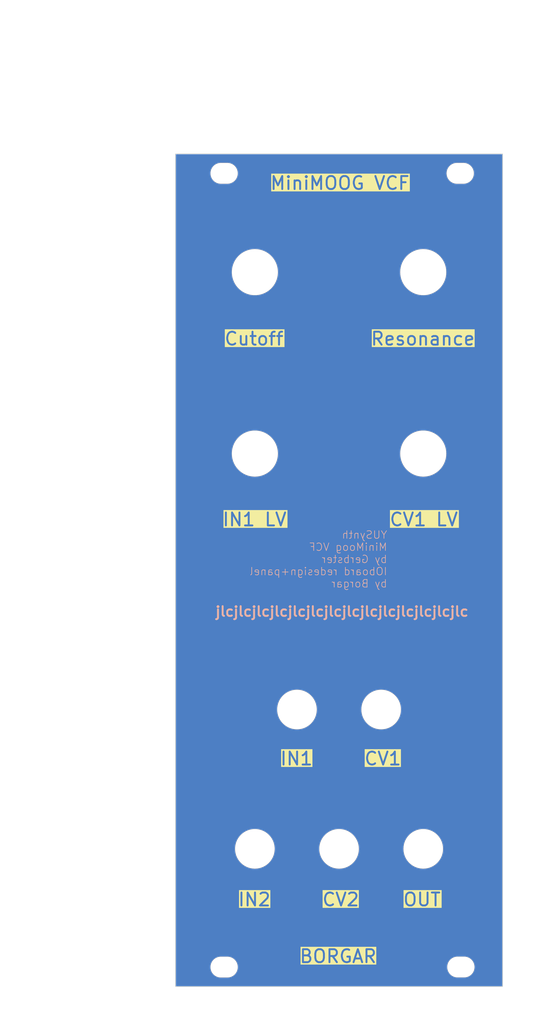
<source format=kicad_pcb>
(kicad_pcb (version 20240108) (generator "pcbnew") (generator_version "8.0")
  (layers (0 "F.Cu" signal) (31 "B.Cu" signal) (34 "B.Paste" user) (35 "F.Paste" user) (36 "B.SilkS" user "B.Silkscreen") (37 "F.SilkS" user "F.Silkscreen") (38 "B.Mask" user) (39 "F.Mask" user) (44 "Edge.Cuts" user))
  (net 0 "")
  (net 1 "GND")
  (footprint "1UserLibrary:Eurorack panel mountinghole" (layer "F.Cu") (at 167.3111 164.3011)
    (property "Reference" "REF**" (hide yes))
    (property "Value" "Eurorack panel mountinghole" (hide yes))
    (fp_line (start -0.500041 1.600001) (end 0.499959 1.600001) (stroke (width 0.05)) (layer "Edge.Cuts"))
    (fp_line (start 0.499959 -1.599999) (end -0.500041 -1.599999) (stroke (width 0.05)) (layer "Edge.Cuts"))
    (fp_arc (start -0.500041 1.600001) (mid -2.1 0.000001) (end -0.500041 -1.599999) (stroke (width 0.05)) (layer "Edge.Cuts"))
    (fp_arc (start 0.499959 -1.599999) (mid 2.099999 0.000001) (end 0.499959 1.600001) (stroke (width 0.05)) (layer "Edge.Cuts"))
  )
  (footprint "1UserLibrary:Eurorack panel mountinghole" (layer "F.Cu") (at 130.7511 164.3111)
    (property "Reference" "REF**" (hide yes))
    (property "Value" "Eurorack panel mountinghole" (hide yes))
    (fp_line (start -0.500041 1.600001) (end 0.499959 1.600001) (stroke (width 0.05)) (layer "Edge.Cuts"))
    (fp_line (start 0.499959 -1.599999) (end -0.500041 -1.599999) (stroke (width 0.05)) (layer "Edge.Cuts"))
    (fp_arc (start -0.500041 1.600001) (mid -2.1 0.000001) (end -0.500041 -1.599999) (stroke (width 0.05)) (layer "Edge.Cuts"))
    (fp_arc (start 0.499959 -1.599999) (mid 2.099999 0.000001) (end 0.499959 1.600001) (stroke (width 0.05)) (layer "Edge.Cuts"))
  )
  (footprint "1UserLibrary:Eurorack panel mountinghole" (layer "F.Cu") (at 130.7511 41.8111)
    (property "Reference" "REF**" (hide yes))
    (property "Value" "Eurorack panel mountinghole" (hide yes))
    (fp_line (start -0.500041 1.600001) (end 0.499959 1.600001) (stroke (width 0.05)) (layer "Edge.Cuts"))
    (fp_line (start 0.499959 -1.599999) (end -0.500041 -1.599999) (stroke (width 0.05)) (layer "Edge.Cuts"))
    (fp_arc (start -0.500041 1.600001) (mid -2.1 0.000001) (end -0.500041 -1.599999) (stroke (width 0.05)) (layer "Edge.Cuts"))
    (fp_arc (start 0.499959 -1.599999) (mid 2.099999 0.000001) (end 0.499959 1.600001) (stroke (width 0.05)) (layer "Edge.Cuts"))
  )
  (footprint "1UserLibrary:dresden1test50mm" (layer "F.Cu") (at 148.5011 106.961865)
    (property "Reference" "G***" (hide yes))
    (property "Value" "LOGO" (hide yes))
  )
  (footprint "1UserLibrary:Eurorack panel mountinghole" (layer "F.Cu") (at 167.2111 41.8111)
    (property "Reference" "REF**" (hide yes))
    (property "Value" "Eurorack panel mountinghole" (hide yes))
    (fp_line (start -0.500041 1.600001) (end 0.499959 1.600001) (stroke (width 0.05)) (layer "Edge.Cuts"))
    (fp_line (start 0.499959 -1.599999) (end -0.500041 -1.599999) (stroke (width 0.05)) (layer "Edge.Cuts"))
    (fp_arc (start -0.500041 1.600001) (mid -2.1 0.000001) (end -0.500041 -1.599999) (stroke (width 0.05)) (layer "Edge.Cuts"))
    (fp_arc (start 0.499959 -1.599999) (mid 2.099999 0.000001) (end 0.499959 1.600001) (stroke (width 0.05)) (layer "Edge.Cuts"))
  )
  (gr_circle (center 135.5011 146.0611) (end 138.5511 146.0611) (stroke (width 0.05)) (fill none) (layer "Edge.Cuts"))
  (gr_circle (center 142.0011 124.5611) (end 145.0511 124.5611) (stroke (width 0.05)) (fill none) (layer "Edge.Cuts"))
  (gr_rect (start 123.2511 38.8111) (end 173.7511 167.3111) (stroke (width 0.1)) (fill none) (layer "Edge.Cuts"))
  (gr_circle (center 135.5011 85.0611) (end 139.0511 85.0611) (stroke (width 0.05)) (fill none) (layer "Edge.Cuts"))
  (gr_circle (center 161.5011 57.0611) (end 165.0511 57.0611) (stroke (width 0.05)) (fill none) (layer "Edge.Cuts"))
  (gr_circle (center 148.5011 146.0611) (end 151.5511 146.0611) (stroke (width 0.05)) (fill none) (layer "Edge.Cuts"))
  (gr_circle (center 135.5011 57.0611) (end 139.0511 57.0611) (stroke (width 0.05)) (fill none) (layer "Edge.Cuts"))
  (gr_circle (center 161.5011 85.0611) (end 165.0511 85.0611) (stroke (width 0.05)) (fill none) (layer "Edge.Cuts"))
  (gr_circle (center 161.5011 146.0611) (end 164.5511 146.0611) (stroke (width 0.05)) (fill none) (layer "Edge.Cuts"))
  (gr_circle (center 155.0011 124.5611) (end 158.0511 124.5611) (stroke (width 0.05)) (fill none) (layer "Edge.Cuts"))
  (gr_text "jlcjlcjlcjlcjlcjlcjlcjlcjlcjlcjlcjlcjlcjlc" (at 129.2511 110.3111 0) (layer "B.SilkS") (effects (font (size 1.5 1.5) (thickness 0.3) (bold yes)) (justify left bottom)))
  (gr_text "YUSynth\nMiniMoog VCF\nby Gerbster\nIOboard redesign+panel\nby Borgar" (at 156.0011 105.8111 -0) (layer "B.SilkS") (effects (font (size 1.1684 1.1684) (thickness 0.1016)) (justify left bottom mirror)))
  (gr_text "BORGAR" (at 142.2511 163.8111 0) (layer "F.SilkS" knockout) (effects (font (size 2 2) (thickness 0.3)) (justify left bottom)))
  (gr_text "IN1" (at 139.2511 133.3111 0) (layer "F.SilkS" knockout) (effects (font (size 2 2) (thickness 0.3)) (justify left bottom)))
  (gr_text "IN2" (at 132.7511 155.0611 0) (layer "F.SilkS" knockout) (effects (font (size 2 2) (thickness 0.3)) (justify left bottom)))
  (gr_text "MiniMOOG VCF" (at 137.7211 44.4911 0) (layer "F.SilkS" knockout) (effects (font (size 2 2) (thickness 0.3)) (justify left bottom)))
  (gr_text "OUT" (at 158.2511 155.0611 0) (layer "F.SilkS" knockout) (effects (font (size 2 2) (thickness 0.3)) (justify left bottom)))
  (gr_text "CV1" (at 152.2511 133.3111 0) (layer "F.SilkS" knockout) (effects (font (size 2 2) (thickness 0.3)) (justify left bottom)))
  (gr_text "CV2" (at 145.7511 155.0611 0) (layer "F.SilkS" knockout) (effects (font (size 2 2) (thickness 0.3)) (justify left bottom)))
  (gr_text "CV1 LV\n" (at 156.1511 96.4111 0) (layer "F.SilkS" knockout) (effects (font (size 2 2) (thickness 0.3)) (justify left bottom)))
  (gr_text "IN1 LV" (at 130.3511 96.4111 0) (layer "F.SilkS" knockout) (effects (font (size 2 2) (thickness 0.3)) (justify left bottom)))
  (gr_text "Resonance" (at 153.2511 68.5111 0) (layer "F.SilkS" knockout) (effects (font (size 2 2) (thickness 0.3)) (justify left bottom)))
  (gr_text "Cutoff" (at 130.6511 68.5111 0) (layer "F.SilkS" knockout) (effects (font (size 2 2) (thickness 0.3)) (justify left bottom)))
  (zone (net 1) (net_name "GND") (layer "F.Cu") (priority 6) (connect_pads (clearance 0.000001)) (min_thickness 0.2032) (fill yes (thermal_gap 0.4564) (thermal_bridge_width 0.4564))
    (polygon (pts (xy 173.7511 167.3111) (xy 123.2511 167.3111) (xy 123.2511 38.8111) (xy 173.7511 38.8111)))
  )
  (zone (net 1) (net_name "GND") (layer "B.Cu") (priority 6) (connect_pads (clearance 0.000001)) (min_thickness 0.2032) (fill yes (thermal_gap 0.4564) (thermal_bridge_width 0.4564))
    (polygon (pts (xy 173.7511 167.3111) (xy 123.2511 167.3111) (xy 123.2511 38.8111) (xy 173.7511 38.8111)))
  )
)
</source>
